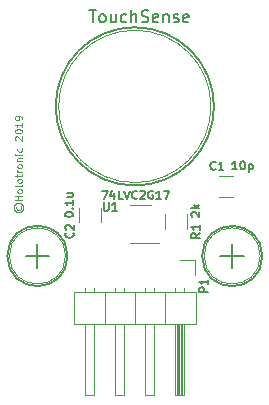
<source format=gto>
G04 #@! TF.GenerationSoftware,KiCad,Pcbnew,5.0.2-bee76a0~70~ubuntu18.04.1*
G04 #@! TF.CreationDate,2019-03-21T18:00:55+01:00*
G04 #@! TF.ProjectId,touchsense7,746f7563-6873-4656-9e73-65372e6b6963,0_1*
G04 #@! TF.SameCoordinates,PX19fb9c8PY2c219b8*
G04 #@! TF.FileFunction,Legend,Top*
G04 #@! TF.FilePolarity,Positive*
%FSLAX46Y46*%
G04 Gerber Fmt 4.6, Leading zero omitted, Abs format (unit mm)*
G04 Created by KiCad (PCBNEW 5.0.2-bee76a0~70~ubuntu18.04.1) date 2019-03-21T18:00:55 CET*
%MOMM*%
%LPD*%
G01*
G04 APERTURE LIST*
%ADD10C,0.090000*%
%ADD11C,0.120000*%
%ADD12C,0.150000*%
%ADD13C,0.100000*%
G04 APERTURE END LIST*
D10*
X839285Y7898572D02*
X810714Y7841429D01*
X810714Y7727143D01*
X839285Y7670000D01*
X896428Y7612858D01*
X953571Y7584286D01*
X1067857Y7584286D01*
X1125000Y7612858D01*
X1182142Y7670000D01*
X1210714Y7727143D01*
X1210714Y7841429D01*
X1182142Y7898572D01*
X610714Y7784286D02*
X639285Y7641429D01*
X725000Y7498572D01*
X867857Y7412858D01*
X1010714Y7384286D01*
X1153571Y7412858D01*
X1296428Y7498572D01*
X1382142Y7641429D01*
X1410714Y7784286D01*
X1382142Y7927143D01*
X1296428Y8070000D01*
X1153571Y8155715D01*
X1010714Y8184286D01*
X867857Y8155715D01*
X725000Y8070000D01*
X639285Y7927143D01*
X610714Y7784286D01*
X1296428Y8441429D02*
X696428Y8441429D01*
X982142Y8441429D02*
X982142Y8784286D01*
X1296428Y8784286D02*
X696428Y8784286D01*
X1296428Y9155715D02*
X1267857Y9098572D01*
X1239285Y9070000D01*
X1182142Y9041429D01*
X1010714Y9041429D01*
X953571Y9070000D01*
X925000Y9098572D01*
X896428Y9155715D01*
X896428Y9241429D01*
X925000Y9298572D01*
X953571Y9327143D01*
X1010714Y9355715D01*
X1182142Y9355715D01*
X1239285Y9327143D01*
X1267857Y9298572D01*
X1296428Y9241429D01*
X1296428Y9155715D01*
X1296428Y9698572D02*
X1267857Y9641429D01*
X1210714Y9612858D01*
X696428Y9612858D01*
X1296428Y10012858D02*
X1267857Y9955715D01*
X1239285Y9927143D01*
X1182142Y9898572D01*
X1010714Y9898572D01*
X953571Y9927143D01*
X925000Y9955715D01*
X896428Y10012858D01*
X896428Y10098572D01*
X925000Y10155715D01*
X953571Y10184286D01*
X1010714Y10212858D01*
X1182142Y10212858D01*
X1239285Y10184286D01*
X1267857Y10155715D01*
X1296428Y10098572D01*
X1296428Y10012858D01*
X896428Y10384286D02*
X896428Y10612858D01*
X696428Y10470000D02*
X1210714Y10470000D01*
X1267857Y10498572D01*
X1296428Y10555715D01*
X1296428Y10612858D01*
X1296428Y10812858D02*
X896428Y10812858D01*
X1010714Y10812858D02*
X953571Y10841429D01*
X925000Y10870000D01*
X896428Y10927143D01*
X896428Y10984286D01*
X1296428Y11270000D02*
X1267857Y11212858D01*
X1239285Y11184286D01*
X1182142Y11155715D01*
X1010714Y11155715D01*
X953571Y11184286D01*
X925000Y11212858D01*
X896428Y11270000D01*
X896428Y11355715D01*
X925000Y11412858D01*
X953571Y11441429D01*
X1010714Y11470000D01*
X1182142Y11470000D01*
X1239285Y11441429D01*
X1267857Y11412858D01*
X1296428Y11355715D01*
X1296428Y11270000D01*
X896428Y11727143D02*
X1296428Y11727143D01*
X953571Y11727143D02*
X925000Y11755715D01*
X896428Y11812858D01*
X896428Y11898572D01*
X925000Y11955715D01*
X982142Y11984286D01*
X1296428Y11984286D01*
X1296428Y12270000D02*
X896428Y12270000D01*
X696428Y12270000D02*
X725000Y12241429D01*
X753571Y12270000D01*
X725000Y12298572D01*
X696428Y12270000D01*
X753571Y12270000D01*
X1267857Y12812858D02*
X1296428Y12755715D01*
X1296428Y12641429D01*
X1267857Y12584286D01*
X1239285Y12555715D01*
X1182142Y12527143D01*
X1010714Y12527143D01*
X953571Y12555715D01*
X925000Y12584286D01*
X896428Y12641429D01*
X896428Y12755715D01*
X925000Y12812858D01*
X753571Y13498572D02*
X725000Y13527143D01*
X696428Y13584286D01*
X696428Y13727143D01*
X725000Y13784286D01*
X753571Y13812858D01*
X810714Y13841429D01*
X867857Y13841429D01*
X953571Y13812858D01*
X1296428Y13470000D01*
X1296428Y13841429D01*
X696428Y14212858D02*
X696428Y14270000D01*
X725000Y14327143D01*
X753571Y14355715D01*
X810714Y14384286D01*
X925000Y14412858D01*
X1067857Y14412858D01*
X1182142Y14384286D01*
X1239285Y14355715D01*
X1267857Y14327143D01*
X1296428Y14270000D01*
X1296428Y14212858D01*
X1267857Y14155715D01*
X1239285Y14127143D01*
X1182142Y14098572D01*
X1067857Y14070000D01*
X925000Y14070000D01*
X810714Y14098572D01*
X753571Y14127143D01*
X725000Y14155715D01*
X696428Y14212858D01*
X1296428Y14984286D02*
X1296428Y14641429D01*
X1296428Y14812858D02*
X696428Y14812858D01*
X782142Y14755715D01*
X839285Y14698572D01*
X867857Y14641429D01*
X1296428Y15270000D02*
X1296428Y15384286D01*
X1267857Y15441429D01*
X1239285Y15470000D01*
X1153571Y15527143D01*
X1039285Y15555715D01*
X810714Y15555715D01*
X753571Y15527143D01*
X725000Y15498572D01*
X696428Y15441429D01*
X696428Y15327143D01*
X725000Y15270000D01*
X753571Y15241429D01*
X810714Y15212858D01*
X953571Y15212858D01*
X1010714Y15241429D01*
X1039285Y15270000D01*
X1067857Y15327143D01*
X1067857Y15441429D01*
X1039285Y15498572D01*
X1010714Y15527143D01*
X953571Y15555715D01*
D11*
G04 #@! TO.C,P1*
X15935000Y3330000D02*
X15935000Y2060000D01*
X14665000Y3330000D02*
X15935000Y3330000D01*
X6665000Y1017071D02*
X6665000Y620000D01*
X7425000Y1017071D02*
X7425000Y620000D01*
X6665000Y-8040000D02*
X6665000Y-2040000D01*
X7425000Y-8040000D02*
X6665000Y-8040000D01*
X7425000Y-2040000D02*
X7425000Y-8040000D01*
X8315000Y620000D02*
X8315000Y-2040000D01*
X9205000Y1017071D02*
X9205000Y620000D01*
X9965000Y1017071D02*
X9965000Y620000D01*
X9205000Y-8040000D02*
X9205000Y-2040000D01*
X9965000Y-8040000D02*
X9205000Y-8040000D01*
X9965000Y-2040000D02*
X9965000Y-8040000D01*
X10855000Y620000D02*
X10855000Y-2040000D01*
X11745000Y1017071D02*
X11745000Y620000D01*
X12505000Y1017071D02*
X12505000Y620000D01*
X11745000Y-8040000D02*
X11745000Y-2040000D01*
X12505000Y-8040000D02*
X11745000Y-8040000D01*
X12505000Y-2040000D02*
X12505000Y-8040000D01*
X13395000Y620000D02*
X13395000Y-2040000D01*
X14285000Y950000D02*
X14285000Y620000D01*
X15045000Y950000D02*
X15045000Y620000D01*
X14385000Y-2040000D02*
X14385000Y-8040000D01*
X14505000Y-2040000D02*
X14505000Y-8040000D01*
X14625000Y-2040000D02*
X14625000Y-8040000D01*
X14745000Y-2040000D02*
X14745000Y-8040000D01*
X14865000Y-2040000D02*
X14865000Y-8040000D01*
X14985000Y-2040000D02*
X14985000Y-8040000D01*
X14285000Y-8040000D02*
X14285000Y-2040000D01*
X15045000Y-8040000D02*
X14285000Y-8040000D01*
X15045000Y-2040000D02*
X15045000Y-8040000D01*
X15995000Y-2040000D02*
X15995000Y620000D01*
X5715000Y-2040000D02*
X15995000Y-2040000D01*
X5715000Y620000D02*
X5715000Y-2040000D01*
X15995000Y620000D02*
X5715000Y620000D01*
G04 #@! TO.C,C1*
X17966436Y8665000D02*
X19170564Y8665000D01*
X17966436Y10485000D02*
X19170564Y10485000D01*
D12*
G04 #@! TO.C,S1*
X19100000Y4695000D02*
X19100000Y2695000D01*
X18100000Y3695000D02*
X20100000Y3695000D01*
X21650000Y3695000D02*
G75*
G03X21650000Y3695000I-2550000J0D01*
G01*
X5160000Y3705000D02*
G75*
G03X5160000Y3705000I-2550000J0D01*
G01*
X1610000Y3705000D02*
X3610000Y3705000D01*
X2610000Y4705000D02*
X2610000Y2705000D01*
D11*
G04 #@! TO.C,U1*
X12263000Y7992000D02*
X10463000Y7992000D01*
X10463000Y4772000D02*
X12913000Y4772000D01*
G04 #@! TO.C,R1*
X13451000Y6009436D02*
X13451000Y7213564D01*
X15271000Y6009436D02*
X15271000Y7213564D01*
D12*
G04 #@! TO.C,P2*
X17555000Y16365000D02*
G75*
G03X17555000Y16365000I-6700000J0D01*
G01*
D11*
G04 #@! TO.C,C2*
X6135000Y6572936D02*
X6135000Y7777064D01*
X7955000Y6572936D02*
X7955000Y7777064D01*
G04 #@! TD*
D13*
G04 #@! TO.C,S1*
X21475000Y3705000D02*
G75*
G03X21475000Y3705000I-2375000J0D01*
G01*
G04 #@! TD*
G04 #@! TO.C,S1*
X4985000Y3705000D02*
G75*
G03X4985000Y3705000I-2375000J0D01*
G01*
G04 #@! TD*
G04 #@! TO.C,P2*
X17305000Y16365000D02*
G75*
G03X17305000Y16365000I-6450000J0D01*
G01*
G04 #@! TD*
G04 #@! TO.C,P1*
D12*
X17026666Y638334D02*
X16326666Y638334D01*
X16326666Y905000D01*
X16360000Y971667D01*
X16393333Y1005000D01*
X16460000Y1038334D01*
X16560000Y1038334D01*
X16626666Y1005000D01*
X16660000Y971667D01*
X16693333Y905000D01*
X16693333Y638334D01*
X17026666Y1705000D02*
X17026666Y1305000D01*
X17026666Y1505000D02*
X16326666Y1505000D01*
X16426666Y1438334D01*
X16493333Y1371667D01*
X16526666Y1305000D01*
G04 #@! TO.C,C1*
X17693333Y11060000D02*
X17660000Y11026667D01*
X17560000Y10993334D01*
X17493333Y10993334D01*
X17393333Y11026667D01*
X17326666Y11093334D01*
X17293333Y11160000D01*
X17260000Y11293334D01*
X17260000Y11393334D01*
X17293333Y11526667D01*
X17326666Y11593334D01*
X17393333Y11660000D01*
X17493333Y11693334D01*
X17560000Y11693334D01*
X17660000Y11660000D01*
X17693333Y11626667D01*
X18360000Y10993334D02*
X17960000Y10993334D01*
X18160000Y10993334D02*
X18160000Y11693334D01*
X18093333Y11593334D01*
X18026666Y11526667D01*
X17960000Y11493334D01*
X19520000Y11023334D02*
X19120000Y11023334D01*
X19320000Y11023334D02*
X19320000Y11723334D01*
X19253333Y11623334D01*
X19186666Y11556667D01*
X19120000Y11523334D01*
X19953333Y11723334D02*
X20020000Y11723334D01*
X20086666Y11690000D01*
X20120000Y11656667D01*
X20153333Y11590000D01*
X20186666Y11456667D01*
X20186666Y11290000D01*
X20153333Y11156667D01*
X20120000Y11090000D01*
X20086666Y11056667D01*
X20020000Y11023334D01*
X19953333Y11023334D01*
X19886666Y11056667D01*
X19853333Y11090000D01*
X19820000Y11156667D01*
X19786666Y11290000D01*
X19786666Y11456667D01*
X19820000Y11590000D01*
X19853333Y11656667D01*
X19886666Y11690000D01*
X19953333Y11723334D01*
X20486666Y11490000D02*
X20486666Y10790000D01*
X20486666Y11456667D02*
X20553333Y11490000D01*
X20686666Y11490000D01*
X20753333Y11456667D01*
X20786666Y11423334D01*
X20820000Y11356667D01*
X20820000Y11156667D01*
X20786666Y11090000D01*
X20753333Y11056667D01*
X20686666Y11023334D01*
X20553333Y11023334D01*
X20486666Y11056667D01*
G04 #@! TO.C,U1*
X8236666Y8243334D02*
X8236666Y7676667D01*
X8270000Y7610000D01*
X8303333Y7576667D01*
X8370000Y7543334D01*
X8503333Y7543334D01*
X8570000Y7576667D01*
X8603333Y7610000D01*
X8636666Y7676667D01*
X8636666Y8243334D01*
X9336666Y7543334D02*
X8936666Y7543334D01*
X9136666Y7543334D02*
X9136666Y8243334D01*
X9070000Y8143334D01*
X9003333Y8076667D01*
X8936666Y8043334D01*
X8080000Y9243334D02*
X8546666Y9243334D01*
X8246666Y8543334D01*
X9113333Y9010000D02*
X9113333Y8543334D01*
X8946666Y9276667D02*
X8780000Y8776667D01*
X9213333Y8776667D01*
X9813333Y8543334D02*
X9480000Y8543334D01*
X9480000Y9243334D01*
X9946666Y9243334D02*
X10180000Y8543334D01*
X10413333Y9243334D01*
X11046666Y8610000D02*
X11013333Y8576667D01*
X10913333Y8543334D01*
X10846666Y8543334D01*
X10746666Y8576667D01*
X10680000Y8643334D01*
X10646666Y8710000D01*
X10613333Y8843334D01*
X10613333Y8943334D01*
X10646666Y9076667D01*
X10680000Y9143334D01*
X10746666Y9210000D01*
X10846666Y9243334D01*
X10913333Y9243334D01*
X11013333Y9210000D01*
X11046666Y9176667D01*
X11313333Y9176667D02*
X11346666Y9210000D01*
X11413333Y9243334D01*
X11580000Y9243334D01*
X11646666Y9210000D01*
X11680000Y9176667D01*
X11713333Y9110000D01*
X11713333Y9043334D01*
X11680000Y8943334D01*
X11280000Y8543334D01*
X11713333Y8543334D01*
X12380000Y9210000D02*
X12313333Y9243334D01*
X12213333Y9243334D01*
X12113333Y9210000D01*
X12046666Y9143334D01*
X12013333Y9076667D01*
X11980000Y8943334D01*
X11980000Y8843334D01*
X12013333Y8710000D01*
X12046666Y8643334D01*
X12113333Y8576667D01*
X12213333Y8543334D01*
X12280000Y8543334D01*
X12380000Y8576667D01*
X12413333Y8610000D01*
X12413333Y8843334D01*
X12280000Y8843334D01*
X13080000Y8543334D02*
X12680000Y8543334D01*
X12880000Y8543334D02*
X12880000Y9243334D01*
X12813333Y9143334D01*
X12746666Y9076667D01*
X12680000Y9043334D01*
X13313333Y9243334D02*
X13780000Y9243334D01*
X13480000Y8543334D01*
G04 #@! TO.C,R1*
X16351666Y5648334D02*
X16018333Y5415000D01*
X16351666Y5248334D02*
X15651666Y5248334D01*
X15651666Y5515000D01*
X15685000Y5581667D01*
X15718333Y5615000D01*
X15785000Y5648334D01*
X15885000Y5648334D01*
X15951666Y5615000D01*
X15985000Y5581667D01*
X16018333Y5515000D01*
X16018333Y5248334D01*
X16351666Y6315000D02*
X16351666Y5915000D01*
X16351666Y6115000D02*
X15651666Y6115000D01*
X15751666Y6048334D01*
X15818333Y5981667D01*
X15851666Y5915000D01*
X15698333Y7041667D02*
X15665000Y7075000D01*
X15631666Y7141667D01*
X15631666Y7308334D01*
X15665000Y7375000D01*
X15698333Y7408334D01*
X15765000Y7441667D01*
X15831666Y7441667D01*
X15931666Y7408334D01*
X16331666Y7008334D01*
X16331666Y7441667D01*
X16331666Y7741667D02*
X15631666Y7741667D01*
X16065000Y7808334D02*
X16331666Y8008334D01*
X15865000Y8008334D02*
X16131666Y7741667D01*
G04 #@! TO.C,P2*
X6993095Y24487620D02*
X7564523Y24487620D01*
X7278809Y23487620D02*
X7278809Y24487620D01*
X8040714Y23487620D02*
X7945476Y23535239D01*
X7897857Y23582858D01*
X7850238Y23678096D01*
X7850238Y23963810D01*
X7897857Y24059048D01*
X7945476Y24106667D01*
X8040714Y24154286D01*
X8183571Y24154286D01*
X8278809Y24106667D01*
X8326428Y24059048D01*
X8374047Y23963810D01*
X8374047Y23678096D01*
X8326428Y23582858D01*
X8278809Y23535239D01*
X8183571Y23487620D01*
X8040714Y23487620D01*
X9231190Y24154286D02*
X9231190Y23487620D01*
X8802619Y24154286D02*
X8802619Y23630477D01*
X8850238Y23535239D01*
X8945476Y23487620D01*
X9088333Y23487620D01*
X9183571Y23535239D01*
X9231190Y23582858D01*
X10135952Y23535239D02*
X10040714Y23487620D01*
X9850238Y23487620D01*
X9755000Y23535239D01*
X9707380Y23582858D01*
X9659761Y23678096D01*
X9659761Y23963810D01*
X9707380Y24059048D01*
X9755000Y24106667D01*
X9850238Y24154286D01*
X10040714Y24154286D01*
X10135952Y24106667D01*
X10564523Y23487620D02*
X10564523Y24487620D01*
X10993095Y23487620D02*
X10993095Y24011429D01*
X10945476Y24106667D01*
X10850238Y24154286D01*
X10707380Y24154286D01*
X10612142Y24106667D01*
X10564523Y24059048D01*
X11421666Y23535239D02*
X11564523Y23487620D01*
X11802619Y23487620D01*
X11897857Y23535239D01*
X11945476Y23582858D01*
X11993095Y23678096D01*
X11993095Y23773334D01*
X11945476Y23868572D01*
X11897857Y23916191D01*
X11802619Y23963810D01*
X11612142Y24011429D01*
X11516904Y24059048D01*
X11469285Y24106667D01*
X11421666Y24201905D01*
X11421666Y24297143D01*
X11469285Y24392381D01*
X11516904Y24440000D01*
X11612142Y24487620D01*
X11850238Y24487620D01*
X11993095Y24440000D01*
X12802619Y23535239D02*
X12707380Y23487620D01*
X12516904Y23487620D01*
X12421666Y23535239D01*
X12374047Y23630477D01*
X12374047Y24011429D01*
X12421666Y24106667D01*
X12516904Y24154286D01*
X12707380Y24154286D01*
X12802619Y24106667D01*
X12850238Y24011429D01*
X12850238Y23916191D01*
X12374047Y23820953D01*
X13278809Y24154286D02*
X13278809Y23487620D01*
X13278809Y24059048D02*
X13326428Y24106667D01*
X13421666Y24154286D01*
X13564523Y24154286D01*
X13659761Y24106667D01*
X13707380Y24011429D01*
X13707380Y23487620D01*
X14135952Y23535239D02*
X14231190Y23487620D01*
X14421666Y23487620D01*
X14516904Y23535239D01*
X14564523Y23630477D01*
X14564523Y23678096D01*
X14516904Y23773334D01*
X14421666Y23820953D01*
X14278809Y23820953D01*
X14183571Y23868572D01*
X14135952Y23963810D01*
X14135952Y24011429D01*
X14183571Y24106667D01*
X14278809Y24154286D01*
X14421666Y24154286D01*
X14516904Y24106667D01*
X15374047Y23535239D02*
X15278809Y23487620D01*
X15088333Y23487620D01*
X14993095Y23535239D01*
X14945476Y23630477D01*
X14945476Y24011429D01*
X14993095Y24106667D01*
X15088333Y24154286D01*
X15278809Y24154286D01*
X15374047Y24106667D01*
X15421666Y24011429D01*
X15421666Y23916191D01*
X14945476Y23820953D01*
G04 #@! TO.C,C2*
X5600000Y5668334D02*
X5633333Y5635000D01*
X5666666Y5535000D01*
X5666666Y5468334D01*
X5633333Y5368334D01*
X5566666Y5301667D01*
X5500000Y5268334D01*
X5366666Y5235000D01*
X5266666Y5235000D01*
X5133333Y5268334D01*
X5066666Y5301667D01*
X5000000Y5368334D01*
X4966666Y5468334D01*
X4966666Y5535000D01*
X5000000Y5635000D01*
X5033333Y5668334D01*
X5033333Y5935000D02*
X5000000Y5968334D01*
X4966666Y6035000D01*
X4966666Y6201667D01*
X5000000Y6268334D01*
X5033333Y6301667D01*
X5100000Y6335000D01*
X5166666Y6335000D01*
X5266666Y6301667D01*
X5666666Y5901667D01*
X5666666Y6335000D01*
X4921666Y7190000D02*
X4921666Y7256667D01*
X4955000Y7323334D01*
X4988333Y7356667D01*
X5055000Y7390000D01*
X5188333Y7423334D01*
X5355000Y7423334D01*
X5488333Y7390000D01*
X5555000Y7356667D01*
X5588333Y7323334D01*
X5621666Y7256667D01*
X5621666Y7190000D01*
X5588333Y7123334D01*
X5555000Y7090000D01*
X5488333Y7056667D01*
X5355000Y7023334D01*
X5188333Y7023334D01*
X5055000Y7056667D01*
X4988333Y7090000D01*
X4955000Y7123334D01*
X4921666Y7190000D01*
X5555000Y7723334D02*
X5588333Y7756667D01*
X5621666Y7723334D01*
X5588333Y7690000D01*
X5555000Y7723334D01*
X5621666Y7723334D01*
X5621666Y8423334D02*
X5621666Y8023334D01*
X5621666Y8223334D02*
X4921666Y8223334D01*
X5021666Y8156667D01*
X5088333Y8090000D01*
X5121666Y8023334D01*
X5155000Y9023334D02*
X5621666Y9023334D01*
X5155000Y8723334D02*
X5521666Y8723334D01*
X5588333Y8756667D01*
X5621666Y8823334D01*
X5621666Y8923334D01*
X5588333Y8990000D01*
X5555000Y9023334D01*
G04 #@! TD*
M02*

</source>
